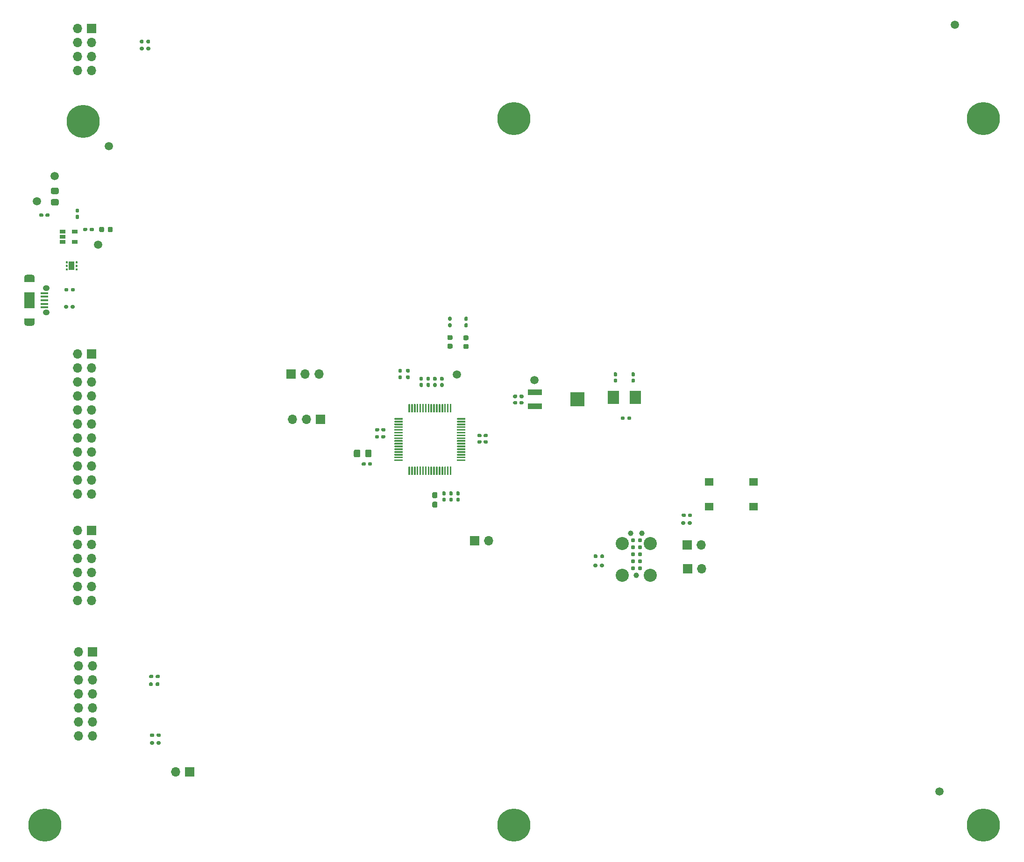
<source format=gbs>
G04 #@! TF.GenerationSoftware,KiCad,Pcbnew,(5.1.9)-1*
G04 #@! TF.CreationDate,2021-06-08T08:09:59+01:00*
G04 #@! TF.ProjectId,Looper_Board,4c6f6f70-6572-45f4-926f-6172642e6b69,rev?*
G04 #@! TF.SameCoordinates,Original*
G04 #@! TF.FileFunction,Soldermask,Bot*
G04 #@! TF.FilePolarity,Negative*
%FSLAX46Y46*%
G04 Gerber Fmt 4.6, Leading zero omitted, Abs format (unit mm)*
G04 Created by KiCad (PCBNEW (5.1.9)-1) date 2021-06-08 08:09:59*
%MOMM*%
%LPD*%
G01*
G04 APERTURE LIST*
%ADD10C,1.500000*%
%ADD11R,1.700000X1.700000*%
%ADD12O,1.700000X1.700000*%
%ADD13O,1.250000X1.050000*%
%ADD14R,1.350000X0.400000*%
%ADD15O,1.900000X1.000000*%
%ADD16R,1.900000X2.900000*%
%ADD17R,1.900000X0.875000*%
%ADD18R,1.600000X1.400000*%
%ADD19R,1.060000X0.650000*%
%ADD20R,1.000000X1.600000*%
%ADD21C,0.787400*%
%ADD22C,2.374900*%
%ADD23C,0.990600*%
%ADD24R,2.500000X1.000000*%
%ADD25R,2.500000X2.500000*%
%ADD26R,2.000000X2.400000*%
%ADD27C,0.800000*%
%ADD28C,6.000000*%
G04 APERTURE END LIST*
G36*
G01*
X127458800Y-127637300D02*
X127458800Y-127487300D01*
G75*
G02*
X127533800Y-127412300I75000J0D01*
G01*
X128933800Y-127412300D01*
G75*
G02*
X129008800Y-127487300I0J-75000D01*
G01*
X129008800Y-127637300D01*
G75*
G02*
X128933800Y-127712300I-75000J0D01*
G01*
X127533800Y-127712300D01*
G75*
G02*
X127458800Y-127637300I0J75000D01*
G01*
G37*
G36*
G01*
X127458800Y-127137300D02*
X127458800Y-126987300D01*
G75*
G02*
X127533800Y-126912300I75000J0D01*
G01*
X128933800Y-126912300D01*
G75*
G02*
X129008800Y-126987300I0J-75000D01*
G01*
X129008800Y-127137300D01*
G75*
G02*
X128933800Y-127212300I-75000J0D01*
G01*
X127533800Y-127212300D01*
G75*
G02*
X127458800Y-127137300I0J75000D01*
G01*
G37*
G36*
G01*
X127458800Y-126637300D02*
X127458800Y-126487300D01*
G75*
G02*
X127533800Y-126412300I75000J0D01*
G01*
X128933800Y-126412300D01*
G75*
G02*
X129008800Y-126487300I0J-75000D01*
G01*
X129008800Y-126637300D01*
G75*
G02*
X128933800Y-126712300I-75000J0D01*
G01*
X127533800Y-126712300D01*
G75*
G02*
X127458800Y-126637300I0J75000D01*
G01*
G37*
G36*
G01*
X127458800Y-126137300D02*
X127458800Y-125987300D01*
G75*
G02*
X127533800Y-125912300I75000J0D01*
G01*
X128933800Y-125912300D01*
G75*
G02*
X129008800Y-125987300I0J-75000D01*
G01*
X129008800Y-126137300D01*
G75*
G02*
X128933800Y-126212300I-75000J0D01*
G01*
X127533800Y-126212300D01*
G75*
G02*
X127458800Y-126137300I0J75000D01*
G01*
G37*
G36*
G01*
X127458800Y-125637300D02*
X127458800Y-125487300D01*
G75*
G02*
X127533800Y-125412300I75000J0D01*
G01*
X128933800Y-125412300D01*
G75*
G02*
X129008800Y-125487300I0J-75000D01*
G01*
X129008800Y-125637300D01*
G75*
G02*
X128933800Y-125712300I-75000J0D01*
G01*
X127533800Y-125712300D01*
G75*
G02*
X127458800Y-125637300I0J75000D01*
G01*
G37*
G36*
G01*
X127458800Y-125137300D02*
X127458800Y-124987300D01*
G75*
G02*
X127533800Y-124912300I75000J0D01*
G01*
X128933800Y-124912300D01*
G75*
G02*
X129008800Y-124987300I0J-75000D01*
G01*
X129008800Y-125137300D01*
G75*
G02*
X128933800Y-125212300I-75000J0D01*
G01*
X127533800Y-125212300D01*
G75*
G02*
X127458800Y-125137300I0J75000D01*
G01*
G37*
G36*
G01*
X127458800Y-124637300D02*
X127458800Y-124487300D01*
G75*
G02*
X127533800Y-124412300I75000J0D01*
G01*
X128933800Y-124412300D01*
G75*
G02*
X129008800Y-124487300I0J-75000D01*
G01*
X129008800Y-124637300D01*
G75*
G02*
X128933800Y-124712300I-75000J0D01*
G01*
X127533800Y-124712300D01*
G75*
G02*
X127458800Y-124637300I0J75000D01*
G01*
G37*
G36*
G01*
X127458800Y-124137300D02*
X127458800Y-123987300D01*
G75*
G02*
X127533800Y-123912300I75000J0D01*
G01*
X128933800Y-123912300D01*
G75*
G02*
X129008800Y-123987300I0J-75000D01*
G01*
X129008800Y-124137300D01*
G75*
G02*
X128933800Y-124212300I-75000J0D01*
G01*
X127533800Y-124212300D01*
G75*
G02*
X127458800Y-124137300I0J75000D01*
G01*
G37*
G36*
G01*
X127458800Y-123637300D02*
X127458800Y-123487300D01*
G75*
G02*
X127533800Y-123412300I75000J0D01*
G01*
X128933800Y-123412300D01*
G75*
G02*
X129008800Y-123487300I0J-75000D01*
G01*
X129008800Y-123637300D01*
G75*
G02*
X128933800Y-123712300I-75000J0D01*
G01*
X127533800Y-123712300D01*
G75*
G02*
X127458800Y-123637300I0J75000D01*
G01*
G37*
G36*
G01*
X127458800Y-123137300D02*
X127458800Y-122987300D01*
G75*
G02*
X127533800Y-122912300I75000J0D01*
G01*
X128933800Y-122912300D01*
G75*
G02*
X129008800Y-122987300I0J-75000D01*
G01*
X129008800Y-123137300D01*
G75*
G02*
X128933800Y-123212300I-75000J0D01*
G01*
X127533800Y-123212300D01*
G75*
G02*
X127458800Y-123137300I0J75000D01*
G01*
G37*
G36*
G01*
X127458800Y-122637300D02*
X127458800Y-122487300D01*
G75*
G02*
X127533800Y-122412300I75000J0D01*
G01*
X128933800Y-122412300D01*
G75*
G02*
X129008800Y-122487300I0J-75000D01*
G01*
X129008800Y-122637300D01*
G75*
G02*
X128933800Y-122712300I-75000J0D01*
G01*
X127533800Y-122712300D01*
G75*
G02*
X127458800Y-122637300I0J75000D01*
G01*
G37*
G36*
G01*
X127458800Y-122137300D02*
X127458800Y-121987300D01*
G75*
G02*
X127533800Y-121912300I75000J0D01*
G01*
X128933800Y-121912300D01*
G75*
G02*
X129008800Y-121987300I0J-75000D01*
G01*
X129008800Y-122137300D01*
G75*
G02*
X128933800Y-122212300I-75000J0D01*
G01*
X127533800Y-122212300D01*
G75*
G02*
X127458800Y-122137300I0J75000D01*
G01*
G37*
G36*
G01*
X127458800Y-121637300D02*
X127458800Y-121487300D01*
G75*
G02*
X127533800Y-121412300I75000J0D01*
G01*
X128933800Y-121412300D01*
G75*
G02*
X129008800Y-121487300I0J-75000D01*
G01*
X129008800Y-121637300D01*
G75*
G02*
X128933800Y-121712300I-75000J0D01*
G01*
X127533800Y-121712300D01*
G75*
G02*
X127458800Y-121637300I0J75000D01*
G01*
G37*
G36*
G01*
X127458800Y-121137300D02*
X127458800Y-120987300D01*
G75*
G02*
X127533800Y-120912300I75000J0D01*
G01*
X128933800Y-120912300D01*
G75*
G02*
X129008800Y-120987300I0J-75000D01*
G01*
X129008800Y-121137300D01*
G75*
G02*
X128933800Y-121212300I-75000J0D01*
G01*
X127533800Y-121212300D01*
G75*
G02*
X127458800Y-121137300I0J75000D01*
G01*
G37*
G36*
G01*
X127458800Y-120637300D02*
X127458800Y-120487300D01*
G75*
G02*
X127533800Y-120412300I75000J0D01*
G01*
X128933800Y-120412300D01*
G75*
G02*
X129008800Y-120487300I0J-75000D01*
G01*
X129008800Y-120637300D01*
G75*
G02*
X128933800Y-120712300I-75000J0D01*
G01*
X127533800Y-120712300D01*
G75*
G02*
X127458800Y-120637300I0J75000D01*
G01*
G37*
G36*
G01*
X127458800Y-120137300D02*
X127458800Y-119987300D01*
G75*
G02*
X127533800Y-119912300I75000J0D01*
G01*
X128933800Y-119912300D01*
G75*
G02*
X129008800Y-119987300I0J-75000D01*
G01*
X129008800Y-120137300D01*
G75*
G02*
X128933800Y-120212300I-75000J0D01*
G01*
X127533800Y-120212300D01*
G75*
G02*
X127458800Y-120137300I0J75000D01*
G01*
G37*
G36*
G01*
X130008800Y-118837300D02*
X130008800Y-117437300D01*
G75*
G02*
X130083800Y-117362300I75000J0D01*
G01*
X130233800Y-117362300D01*
G75*
G02*
X130308800Y-117437300I0J-75000D01*
G01*
X130308800Y-118837300D01*
G75*
G02*
X130233800Y-118912300I-75000J0D01*
G01*
X130083800Y-118912300D01*
G75*
G02*
X130008800Y-118837300I0J75000D01*
G01*
G37*
G36*
G01*
X130508800Y-118837300D02*
X130508800Y-117437300D01*
G75*
G02*
X130583800Y-117362300I75000J0D01*
G01*
X130733800Y-117362300D01*
G75*
G02*
X130808800Y-117437300I0J-75000D01*
G01*
X130808800Y-118837300D01*
G75*
G02*
X130733800Y-118912300I-75000J0D01*
G01*
X130583800Y-118912300D01*
G75*
G02*
X130508800Y-118837300I0J75000D01*
G01*
G37*
G36*
G01*
X131008800Y-118837300D02*
X131008800Y-117437300D01*
G75*
G02*
X131083800Y-117362300I75000J0D01*
G01*
X131233800Y-117362300D01*
G75*
G02*
X131308800Y-117437300I0J-75000D01*
G01*
X131308800Y-118837300D01*
G75*
G02*
X131233800Y-118912300I-75000J0D01*
G01*
X131083800Y-118912300D01*
G75*
G02*
X131008800Y-118837300I0J75000D01*
G01*
G37*
G36*
G01*
X131508800Y-118837300D02*
X131508800Y-117437300D01*
G75*
G02*
X131583800Y-117362300I75000J0D01*
G01*
X131733800Y-117362300D01*
G75*
G02*
X131808800Y-117437300I0J-75000D01*
G01*
X131808800Y-118837300D01*
G75*
G02*
X131733800Y-118912300I-75000J0D01*
G01*
X131583800Y-118912300D01*
G75*
G02*
X131508800Y-118837300I0J75000D01*
G01*
G37*
G36*
G01*
X132008800Y-118837300D02*
X132008800Y-117437300D01*
G75*
G02*
X132083800Y-117362300I75000J0D01*
G01*
X132233800Y-117362300D01*
G75*
G02*
X132308800Y-117437300I0J-75000D01*
G01*
X132308800Y-118837300D01*
G75*
G02*
X132233800Y-118912300I-75000J0D01*
G01*
X132083800Y-118912300D01*
G75*
G02*
X132008800Y-118837300I0J75000D01*
G01*
G37*
G36*
G01*
X132508800Y-118837300D02*
X132508800Y-117437300D01*
G75*
G02*
X132583800Y-117362300I75000J0D01*
G01*
X132733800Y-117362300D01*
G75*
G02*
X132808800Y-117437300I0J-75000D01*
G01*
X132808800Y-118837300D01*
G75*
G02*
X132733800Y-118912300I-75000J0D01*
G01*
X132583800Y-118912300D01*
G75*
G02*
X132508800Y-118837300I0J75000D01*
G01*
G37*
G36*
G01*
X133008800Y-118837300D02*
X133008800Y-117437300D01*
G75*
G02*
X133083800Y-117362300I75000J0D01*
G01*
X133233800Y-117362300D01*
G75*
G02*
X133308800Y-117437300I0J-75000D01*
G01*
X133308800Y-118837300D01*
G75*
G02*
X133233800Y-118912300I-75000J0D01*
G01*
X133083800Y-118912300D01*
G75*
G02*
X133008800Y-118837300I0J75000D01*
G01*
G37*
G36*
G01*
X133508800Y-118837300D02*
X133508800Y-117437300D01*
G75*
G02*
X133583800Y-117362300I75000J0D01*
G01*
X133733800Y-117362300D01*
G75*
G02*
X133808800Y-117437300I0J-75000D01*
G01*
X133808800Y-118837300D01*
G75*
G02*
X133733800Y-118912300I-75000J0D01*
G01*
X133583800Y-118912300D01*
G75*
G02*
X133508800Y-118837300I0J75000D01*
G01*
G37*
G36*
G01*
X134008800Y-118837300D02*
X134008800Y-117437300D01*
G75*
G02*
X134083800Y-117362300I75000J0D01*
G01*
X134233800Y-117362300D01*
G75*
G02*
X134308800Y-117437300I0J-75000D01*
G01*
X134308800Y-118837300D01*
G75*
G02*
X134233800Y-118912300I-75000J0D01*
G01*
X134083800Y-118912300D01*
G75*
G02*
X134008800Y-118837300I0J75000D01*
G01*
G37*
G36*
G01*
X134508800Y-118837300D02*
X134508800Y-117437300D01*
G75*
G02*
X134583800Y-117362300I75000J0D01*
G01*
X134733800Y-117362300D01*
G75*
G02*
X134808800Y-117437300I0J-75000D01*
G01*
X134808800Y-118837300D01*
G75*
G02*
X134733800Y-118912300I-75000J0D01*
G01*
X134583800Y-118912300D01*
G75*
G02*
X134508800Y-118837300I0J75000D01*
G01*
G37*
G36*
G01*
X135008800Y-118837300D02*
X135008800Y-117437300D01*
G75*
G02*
X135083800Y-117362300I75000J0D01*
G01*
X135233800Y-117362300D01*
G75*
G02*
X135308800Y-117437300I0J-75000D01*
G01*
X135308800Y-118837300D01*
G75*
G02*
X135233800Y-118912300I-75000J0D01*
G01*
X135083800Y-118912300D01*
G75*
G02*
X135008800Y-118837300I0J75000D01*
G01*
G37*
G36*
G01*
X135508800Y-118837300D02*
X135508800Y-117437300D01*
G75*
G02*
X135583800Y-117362300I75000J0D01*
G01*
X135733800Y-117362300D01*
G75*
G02*
X135808800Y-117437300I0J-75000D01*
G01*
X135808800Y-118837300D01*
G75*
G02*
X135733800Y-118912300I-75000J0D01*
G01*
X135583800Y-118912300D01*
G75*
G02*
X135508800Y-118837300I0J75000D01*
G01*
G37*
G36*
G01*
X136008800Y-118837300D02*
X136008800Y-117437300D01*
G75*
G02*
X136083800Y-117362300I75000J0D01*
G01*
X136233800Y-117362300D01*
G75*
G02*
X136308800Y-117437300I0J-75000D01*
G01*
X136308800Y-118837300D01*
G75*
G02*
X136233800Y-118912300I-75000J0D01*
G01*
X136083800Y-118912300D01*
G75*
G02*
X136008800Y-118837300I0J75000D01*
G01*
G37*
G36*
G01*
X136508800Y-118837300D02*
X136508800Y-117437300D01*
G75*
G02*
X136583800Y-117362300I75000J0D01*
G01*
X136733800Y-117362300D01*
G75*
G02*
X136808800Y-117437300I0J-75000D01*
G01*
X136808800Y-118837300D01*
G75*
G02*
X136733800Y-118912300I-75000J0D01*
G01*
X136583800Y-118912300D01*
G75*
G02*
X136508800Y-118837300I0J75000D01*
G01*
G37*
G36*
G01*
X137008800Y-118837300D02*
X137008800Y-117437300D01*
G75*
G02*
X137083800Y-117362300I75000J0D01*
G01*
X137233800Y-117362300D01*
G75*
G02*
X137308800Y-117437300I0J-75000D01*
G01*
X137308800Y-118837300D01*
G75*
G02*
X137233800Y-118912300I-75000J0D01*
G01*
X137083800Y-118912300D01*
G75*
G02*
X137008800Y-118837300I0J75000D01*
G01*
G37*
G36*
G01*
X137508800Y-118837300D02*
X137508800Y-117437300D01*
G75*
G02*
X137583800Y-117362300I75000J0D01*
G01*
X137733800Y-117362300D01*
G75*
G02*
X137808800Y-117437300I0J-75000D01*
G01*
X137808800Y-118837300D01*
G75*
G02*
X137733800Y-118912300I-75000J0D01*
G01*
X137583800Y-118912300D01*
G75*
G02*
X137508800Y-118837300I0J75000D01*
G01*
G37*
G36*
G01*
X138808800Y-120137300D02*
X138808800Y-119987300D01*
G75*
G02*
X138883800Y-119912300I75000J0D01*
G01*
X140283800Y-119912300D01*
G75*
G02*
X140358800Y-119987300I0J-75000D01*
G01*
X140358800Y-120137300D01*
G75*
G02*
X140283800Y-120212300I-75000J0D01*
G01*
X138883800Y-120212300D01*
G75*
G02*
X138808800Y-120137300I0J75000D01*
G01*
G37*
G36*
G01*
X138808800Y-120637300D02*
X138808800Y-120487300D01*
G75*
G02*
X138883800Y-120412300I75000J0D01*
G01*
X140283800Y-120412300D01*
G75*
G02*
X140358800Y-120487300I0J-75000D01*
G01*
X140358800Y-120637300D01*
G75*
G02*
X140283800Y-120712300I-75000J0D01*
G01*
X138883800Y-120712300D01*
G75*
G02*
X138808800Y-120637300I0J75000D01*
G01*
G37*
G36*
G01*
X138808800Y-121137300D02*
X138808800Y-120987300D01*
G75*
G02*
X138883800Y-120912300I75000J0D01*
G01*
X140283800Y-120912300D01*
G75*
G02*
X140358800Y-120987300I0J-75000D01*
G01*
X140358800Y-121137300D01*
G75*
G02*
X140283800Y-121212300I-75000J0D01*
G01*
X138883800Y-121212300D01*
G75*
G02*
X138808800Y-121137300I0J75000D01*
G01*
G37*
G36*
G01*
X138808800Y-121637300D02*
X138808800Y-121487300D01*
G75*
G02*
X138883800Y-121412300I75000J0D01*
G01*
X140283800Y-121412300D01*
G75*
G02*
X140358800Y-121487300I0J-75000D01*
G01*
X140358800Y-121637300D01*
G75*
G02*
X140283800Y-121712300I-75000J0D01*
G01*
X138883800Y-121712300D01*
G75*
G02*
X138808800Y-121637300I0J75000D01*
G01*
G37*
G36*
G01*
X138808800Y-122137300D02*
X138808800Y-121987300D01*
G75*
G02*
X138883800Y-121912300I75000J0D01*
G01*
X140283800Y-121912300D01*
G75*
G02*
X140358800Y-121987300I0J-75000D01*
G01*
X140358800Y-122137300D01*
G75*
G02*
X140283800Y-122212300I-75000J0D01*
G01*
X138883800Y-122212300D01*
G75*
G02*
X138808800Y-122137300I0J75000D01*
G01*
G37*
G36*
G01*
X138808800Y-122637300D02*
X138808800Y-122487300D01*
G75*
G02*
X138883800Y-122412300I75000J0D01*
G01*
X140283800Y-122412300D01*
G75*
G02*
X140358800Y-122487300I0J-75000D01*
G01*
X140358800Y-122637300D01*
G75*
G02*
X140283800Y-122712300I-75000J0D01*
G01*
X138883800Y-122712300D01*
G75*
G02*
X138808800Y-122637300I0J75000D01*
G01*
G37*
G36*
G01*
X138808800Y-123137300D02*
X138808800Y-122987300D01*
G75*
G02*
X138883800Y-122912300I75000J0D01*
G01*
X140283800Y-122912300D01*
G75*
G02*
X140358800Y-122987300I0J-75000D01*
G01*
X140358800Y-123137300D01*
G75*
G02*
X140283800Y-123212300I-75000J0D01*
G01*
X138883800Y-123212300D01*
G75*
G02*
X138808800Y-123137300I0J75000D01*
G01*
G37*
G36*
G01*
X138808800Y-123637300D02*
X138808800Y-123487300D01*
G75*
G02*
X138883800Y-123412300I75000J0D01*
G01*
X140283800Y-123412300D01*
G75*
G02*
X140358800Y-123487300I0J-75000D01*
G01*
X140358800Y-123637300D01*
G75*
G02*
X140283800Y-123712300I-75000J0D01*
G01*
X138883800Y-123712300D01*
G75*
G02*
X138808800Y-123637300I0J75000D01*
G01*
G37*
G36*
G01*
X138808800Y-124137300D02*
X138808800Y-123987300D01*
G75*
G02*
X138883800Y-123912300I75000J0D01*
G01*
X140283800Y-123912300D01*
G75*
G02*
X140358800Y-123987300I0J-75000D01*
G01*
X140358800Y-124137300D01*
G75*
G02*
X140283800Y-124212300I-75000J0D01*
G01*
X138883800Y-124212300D01*
G75*
G02*
X138808800Y-124137300I0J75000D01*
G01*
G37*
G36*
G01*
X138808800Y-124637300D02*
X138808800Y-124487300D01*
G75*
G02*
X138883800Y-124412300I75000J0D01*
G01*
X140283800Y-124412300D01*
G75*
G02*
X140358800Y-124487300I0J-75000D01*
G01*
X140358800Y-124637300D01*
G75*
G02*
X140283800Y-124712300I-75000J0D01*
G01*
X138883800Y-124712300D01*
G75*
G02*
X138808800Y-124637300I0J75000D01*
G01*
G37*
G36*
G01*
X138808800Y-125137300D02*
X138808800Y-124987300D01*
G75*
G02*
X138883800Y-124912300I75000J0D01*
G01*
X140283800Y-124912300D01*
G75*
G02*
X140358800Y-124987300I0J-75000D01*
G01*
X140358800Y-125137300D01*
G75*
G02*
X140283800Y-125212300I-75000J0D01*
G01*
X138883800Y-125212300D01*
G75*
G02*
X138808800Y-125137300I0J75000D01*
G01*
G37*
G36*
G01*
X138808800Y-125637300D02*
X138808800Y-125487300D01*
G75*
G02*
X138883800Y-125412300I75000J0D01*
G01*
X140283800Y-125412300D01*
G75*
G02*
X140358800Y-125487300I0J-75000D01*
G01*
X140358800Y-125637300D01*
G75*
G02*
X140283800Y-125712300I-75000J0D01*
G01*
X138883800Y-125712300D01*
G75*
G02*
X138808800Y-125637300I0J75000D01*
G01*
G37*
G36*
G01*
X138808800Y-126137300D02*
X138808800Y-125987300D01*
G75*
G02*
X138883800Y-125912300I75000J0D01*
G01*
X140283800Y-125912300D01*
G75*
G02*
X140358800Y-125987300I0J-75000D01*
G01*
X140358800Y-126137300D01*
G75*
G02*
X140283800Y-126212300I-75000J0D01*
G01*
X138883800Y-126212300D01*
G75*
G02*
X138808800Y-126137300I0J75000D01*
G01*
G37*
G36*
G01*
X138808800Y-126637300D02*
X138808800Y-126487300D01*
G75*
G02*
X138883800Y-126412300I75000J0D01*
G01*
X140283800Y-126412300D01*
G75*
G02*
X140358800Y-126487300I0J-75000D01*
G01*
X140358800Y-126637300D01*
G75*
G02*
X140283800Y-126712300I-75000J0D01*
G01*
X138883800Y-126712300D01*
G75*
G02*
X138808800Y-126637300I0J75000D01*
G01*
G37*
G36*
G01*
X138808800Y-127137300D02*
X138808800Y-126987300D01*
G75*
G02*
X138883800Y-126912300I75000J0D01*
G01*
X140283800Y-126912300D01*
G75*
G02*
X140358800Y-126987300I0J-75000D01*
G01*
X140358800Y-127137300D01*
G75*
G02*
X140283800Y-127212300I-75000J0D01*
G01*
X138883800Y-127212300D01*
G75*
G02*
X138808800Y-127137300I0J75000D01*
G01*
G37*
G36*
G01*
X138808800Y-127637300D02*
X138808800Y-127487300D01*
G75*
G02*
X138883800Y-127412300I75000J0D01*
G01*
X140283800Y-127412300D01*
G75*
G02*
X140358800Y-127487300I0J-75000D01*
G01*
X140358800Y-127637300D01*
G75*
G02*
X140283800Y-127712300I-75000J0D01*
G01*
X138883800Y-127712300D01*
G75*
G02*
X138808800Y-127637300I0J75000D01*
G01*
G37*
G36*
G01*
X137508800Y-130187300D02*
X137508800Y-128787300D01*
G75*
G02*
X137583800Y-128712300I75000J0D01*
G01*
X137733800Y-128712300D01*
G75*
G02*
X137808800Y-128787300I0J-75000D01*
G01*
X137808800Y-130187300D01*
G75*
G02*
X137733800Y-130262300I-75000J0D01*
G01*
X137583800Y-130262300D01*
G75*
G02*
X137508800Y-130187300I0J75000D01*
G01*
G37*
G36*
G01*
X137008800Y-130187300D02*
X137008800Y-128787300D01*
G75*
G02*
X137083800Y-128712300I75000J0D01*
G01*
X137233800Y-128712300D01*
G75*
G02*
X137308800Y-128787300I0J-75000D01*
G01*
X137308800Y-130187300D01*
G75*
G02*
X137233800Y-130262300I-75000J0D01*
G01*
X137083800Y-130262300D01*
G75*
G02*
X137008800Y-130187300I0J75000D01*
G01*
G37*
G36*
G01*
X136508800Y-130187300D02*
X136508800Y-128787300D01*
G75*
G02*
X136583800Y-128712300I75000J0D01*
G01*
X136733800Y-128712300D01*
G75*
G02*
X136808800Y-128787300I0J-75000D01*
G01*
X136808800Y-130187300D01*
G75*
G02*
X136733800Y-130262300I-75000J0D01*
G01*
X136583800Y-130262300D01*
G75*
G02*
X136508800Y-130187300I0J75000D01*
G01*
G37*
G36*
G01*
X136008800Y-130187300D02*
X136008800Y-128787300D01*
G75*
G02*
X136083800Y-128712300I75000J0D01*
G01*
X136233800Y-128712300D01*
G75*
G02*
X136308800Y-128787300I0J-75000D01*
G01*
X136308800Y-130187300D01*
G75*
G02*
X136233800Y-130262300I-75000J0D01*
G01*
X136083800Y-130262300D01*
G75*
G02*
X136008800Y-130187300I0J75000D01*
G01*
G37*
G36*
G01*
X135508800Y-130187300D02*
X135508800Y-128787300D01*
G75*
G02*
X135583800Y-128712300I75000J0D01*
G01*
X135733800Y-128712300D01*
G75*
G02*
X135808800Y-128787300I0J-75000D01*
G01*
X135808800Y-130187300D01*
G75*
G02*
X135733800Y-130262300I-75000J0D01*
G01*
X135583800Y-130262300D01*
G75*
G02*
X135508800Y-130187300I0J75000D01*
G01*
G37*
G36*
G01*
X135008800Y-130187300D02*
X135008800Y-128787300D01*
G75*
G02*
X135083800Y-128712300I75000J0D01*
G01*
X135233800Y-128712300D01*
G75*
G02*
X135308800Y-128787300I0J-75000D01*
G01*
X135308800Y-130187300D01*
G75*
G02*
X135233800Y-130262300I-75000J0D01*
G01*
X135083800Y-130262300D01*
G75*
G02*
X135008800Y-130187300I0J75000D01*
G01*
G37*
G36*
G01*
X134508800Y-130187300D02*
X134508800Y-128787300D01*
G75*
G02*
X134583800Y-128712300I75000J0D01*
G01*
X134733800Y-128712300D01*
G75*
G02*
X134808800Y-128787300I0J-75000D01*
G01*
X134808800Y-130187300D01*
G75*
G02*
X134733800Y-130262300I-75000J0D01*
G01*
X134583800Y-130262300D01*
G75*
G02*
X134508800Y-130187300I0J75000D01*
G01*
G37*
G36*
G01*
X134008800Y-130187300D02*
X134008800Y-128787300D01*
G75*
G02*
X134083800Y-128712300I75000J0D01*
G01*
X134233800Y-128712300D01*
G75*
G02*
X134308800Y-128787300I0J-75000D01*
G01*
X134308800Y-130187300D01*
G75*
G02*
X134233800Y-130262300I-75000J0D01*
G01*
X134083800Y-130262300D01*
G75*
G02*
X134008800Y-130187300I0J75000D01*
G01*
G37*
G36*
G01*
X133508800Y-130187300D02*
X133508800Y-128787300D01*
G75*
G02*
X133583800Y-128712300I75000J0D01*
G01*
X133733800Y-128712300D01*
G75*
G02*
X133808800Y-128787300I0J-75000D01*
G01*
X133808800Y-130187300D01*
G75*
G02*
X133733800Y-130262300I-75000J0D01*
G01*
X133583800Y-130262300D01*
G75*
G02*
X133508800Y-130187300I0J75000D01*
G01*
G37*
G36*
G01*
X133008800Y-130187300D02*
X133008800Y-128787300D01*
G75*
G02*
X133083800Y-128712300I75000J0D01*
G01*
X133233800Y-128712300D01*
G75*
G02*
X133308800Y-128787300I0J-75000D01*
G01*
X133308800Y-130187300D01*
G75*
G02*
X133233800Y-130262300I-75000J0D01*
G01*
X133083800Y-130262300D01*
G75*
G02*
X133008800Y-130187300I0J75000D01*
G01*
G37*
G36*
G01*
X132508800Y-130187300D02*
X132508800Y-128787300D01*
G75*
G02*
X132583800Y-128712300I75000J0D01*
G01*
X132733800Y-128712300D01*
G75*
G02*
X132808800Y-128787300I0J-75000D01*
G01*
X132808800Y-130187300D01*
G75*
G02*
X132733800Y-130262300I-75000J0D01*
G01*
X132583800Y-130262300D01*
G75*
G02*
X132508800Y-130187300I0J75000D01*
G01*
G37*
G36*
G01*
X132008800Y-130187300D02*
X132008800Y-128787300D01*
G75*
G02*
X132083800Y-128712300I75000J0D01*
G01*
X132233800Y-128712300D01*
G75*
G02*
X132308800Y-128787300I0J-75000D01*
G01*
X132308800Y-130187300D01*
G75*
G02*
X132233800Y-130262300I-75000J0D01*
G01*
X132083800Y-130262300D01*
G75*
G02*
X132008800Y-130187300I0J75000D01*
G01*
G37*
G36*
G01*
X131508800Y-130187300D02*
X131508800Y-128787300D01*
G75*
G02*
X131583800Y-128712300I75000J0D01*
G01*
X131733800Y-128712300D01*
G75*
G02*
X131808800Y-128787300I0J-75000D01*
G01*
X131808800Y-130187300D01*
G75*
G02*
X131733800Y-130262300I-75000J0D01*
G01*
X131583800Y-130262300D01*
G75*
G02*
X131508800Y-130187300I0J75000D01*
G01*
G37*
G36*
G01*
X131008800Y-130187300D02*
X131008800Y-128787300D01*
G75*
G02*
X131083800Y-128712300I75000J0D01*
G01*
X131233800Y-128712300D01*
G75*
G02*
X131308800Y-128787300I0J-75000D01*
G01*
X131308800Y-130187300D01*
G75*
G02*
X131233800Y-130262300I-75000J0D01*
G01*
X131083800Y-130262300D01*
G75*
G02*
X131008800Y-130187300I0J75000D01*
G01*
G37*
G36*
G01*
X130508800Y-130187300D02*
X130508800Y-128787300D01*
G75*
G02*
X130583800Y-128712300I75000J0D01*
G01*
X130733800Y-128712300D01*
G75*
G02*
X130808800Y-128787300I0J-75000D01*
G01*
X130808800Y-130187300D01*
G75*
G02*
X130733800Y-130262300I-75000J0D01*
G01*
X130583800Y-130262300D01*
G75*
G02*
X130508800Y-130187300I0J75000D01*
G01*
G37*
G36*
G01*
X130008800Y-130187300D02*
X130008800Y-128787300D01*
G75*
G02*
X130083800Y-128712300I75000J0D01*
G01*
X130233800Y-128712300D01*
G75*
G02*
X130308800Y-128787300I0J-75000D01*
G01*
X130308800Y-130187300D01*
G75*
G02*
X130233800Y-130262300I-75000J0D01*
G01*
X130083800Y-130262300D01*
G75*
G02*
X130008800Y-130187300I0J75000D01*
G01*
G37*
D10*
X65874900Y-76073000D03*
X226288600Y-187591700D03*
D11*
X90360500Y-184099200D03*
D12*
X87820500Y-184099200D03*
G36*
G01*
X167693400Y-112360100D02*
X167383400Y-112360100D01*
G75*
G02*
X167228400Y-112205100I0J155000D01*
G01*
X167228400Y-111780100D01*
G75*
G02*
X167383400Y-111625100I155000J0D01*
G01*
X167693400Y-111625100D01*
G75*
G02*
X167848400Y-111780100I0J-155000D01*
G01*
X167848400Y-112205100D01*
G75*
G02*
X167693400Y-112360100I-155000J0D01*
G01*
G37*
G36*
G01*
X167693400Y-113495100D02*
X167383400Y-113495100D01*
G75*
G02*
X167228400Y-113340100I0J155000D01*
G01*
X167228400Y-112915100D01*
G75*
G02*
X167383400Y-112760100I155000J0D01*
G01*
X167693400Y-112760100D01*
G75*
G02*
X167848400Y-112915100I0J-155000D01*
G01*
X167848400Y-113340100D01*
G75*
G02*
X167693400Y-113495100I-155000J0D01*
G01*
G37*
G36*
G01*
X134573000Y-133359700D02*
X135048000Y-133359700D01*
G75*
G02*
X135285500Y-133597200I0J-237500D01*
G01*
X135285500Y-134197200D01*
G75*
G02*
X135048000Y-134434700I-237500J0D01*
G01*
X134573000Y-134434700D01*
G75*
G02*
X134335500Y-134197200I0J237500D01*
G01*
X134335500Y-133597200D01*
G75*
G02*
X134573000Y-133359700I237500J0D01*
G01*
G37*
G36*
G01*
X134573000Y-135084700D02*
X135048000Y-135084700D01*
G75*
G02*
X135285500Y-135322200I0J-237500D01*
G01*
X135285500Y-135922200D01*
G75*
G02*
X135048000Y-136159700I-237500J0D01*
G01*
X134573000Y-136159700D01*
G75*
G02*
X134335500Y-135922200I0J237500D01*
G01*
X134335500Y-135322200D01*
G75*
G02*
X134573000Y-135084700I237500J0D01*
G01*
G37*
G36*
G01*
X170893800Y-113495100D02*
X170583800Y-113495100D01*
G75*
G02*
X170428800Y-113340100I0J155000D01*
G01*
X170428800Y-112915100D01*
G75*
G02*
X170583800Y-112760100I155000J0D01*
G01*
X170893800Y-112760100D01*
G75*
G02*
X171048800Y-112915100I0J-155000D01*
G01*
X171048800Y-113340100D01*
G75*
G02*
X170893800Y-113495100I-155000J0D01*
G01*
G37*
G36*
G01*
X170893800Y-112360100D02*
X170583800Y-112360100D01*
G75*
G02*
X170428800Y-112205100I0J155000D01*
G01*
X170428800Y-111780100D01*
G75*
G02*
X170583800Y-111625100I155000J0D01*
G01*
X170893800Y-111625100D01*
G75*
G02*
X171048800Y-111780100I0J-155000D01*
G01*
X171048800Y-112205100D01*
G75*
G02*
X170893800Y-112360100I-155000J0D01*
G01*
G37*
G36*
G01*
X149736200Y-115834100D02*
X149736200Y-116144100D01*
G75*
G02*
X149581200Y-116299100I-155000J0D01*
G01*
X149156200Y-116299100D01*
G75*
G02*
X149001200Y-116144100I0J155000D01*
G01*
X149001200Y-115834100D01*
G75*
G02*
X149156200Y-115679100I155000J0D01*
G01*
X149581200Y-115679100D01*
G75*
G02*
X149736200Y-115834100I0J-155000D01*
G01*
G37*
G36*
G01*
X150871200Y-115834100D02*
X150871200Y-116144100D01*
G75*
G02*
X150716200Y-116299100I-155000J0D01*
G01*
X150291200Y-116299100D01*
G75*
G02*
X150136200Y-116144100I0J155000D01*
G01*
X150136200Y-115834100D01*
G75*
G02*
X150291200Y-115679100I155000J0D01*
G01*
X150716200Y-115679100D01*
G75*
G02*
X150871200Y-115834100I0J-155000D01*
G01*
G37*
G36*
G01*
X132489000Y-113147500D02*
X132179000Y-113147500D01*
G75*
G02*
X132024000Y-112992500I0J155000D01*
G01*
X132024000Y-112567500D01*
G75*
G02*
X132179000Y-112412500I155000J0D01*
G01*
X132489000Y-112412500D01*
G75*
G02*
X132644000Y-112567500I0J-155000D01*
G01*
X132644000Y-112992500D01*
G75*
G02*
X132489000Y-113147500I-155000J0D01*
G01*
G37*
G36*
G01*
X132489000Y-114282500D02*
X132179000Y-114282500D01*
G75*
G02*
X132024000Y-114127500I0J155000D01*
G01*
X132024000Y-113702500D01*
G75*
G02*
X132179000Y-113547500I155000J0D01*
G01*
X132489000Y-113547500D01*
G75*
G02*
X132644000Y-113702500I0J-155000D01*
G01*
X132644000Y-114127500D01*
G75*
G02*
X132489000Y-114282500I-155000J0D01*
G01*
G37*
G36*
G01*
X150136200Y-117287100D02*
X150136200Y-116977100D01*
G75*
G02*
X150291200Y-116822100I155000J0D01*
G01*
X150716200Y-116822100D01*
G75*
G02*
X150871200Y-116977100I0J-155000D01*
G01*
X150871200Y-117287100D01*
G75*
G02*
X150716200Y-117442100I-155000J0D01*
G01*
X150291200Y-117442100D01*
G75*
G02*
X150136200Y-117287100I0J155000D01*
G01*
G37*
G36*
G01*
X149001200Y-117287100D02*
X149001200Y-116977100D01*
G75*
G02*
X149156200Y-116822100I155000J0D01*
G01*
X149581200Y-116822100D01*
G75*
G02*
X149736200Y-116977100I0J-155000D01*
G01*
X149736200Y-117287100D01*
G75*
G02*
X149581200Y-117442100I-155000J0D01*
G01*
X149156200Y-117442100D01*
G75*
G02*
X149001200Y-117287100I0J155000D01*
G01*
G37*
G36*
G01*
X136306500Y-133215100D02*
X136616500Y-133215100D01*
G75*
G02*
X136771500Y-133370100I0J-155000D01*
G01*
X136771500Y-133795100D01*
G75*
G02*
X136616500Y-133950100I-155000J0D01*
G01*
X136306500Y-133950100D01*
G75*
G02*
X136151500Y-133795100I0J155000D01*
G01*
X136151500Y-133370100D01*
G75*
G02*
X136306500Y-133215100I155000J0D01*
G01*
G37*
G36*
G01*
X136306500Y-134350100D02*
X136616500Y-134350100D01*
G75*
G02*
X136771500Y-134505100I0J-155000D01*
G01*
X136771500Y-134930100D01*
G75*
G02*
X136616500Y-135085100I-155000J0D01*
G01*
X136306500Y-135085100D01*
G75*
G02*
X136151500Y-134930100I0J155000D01*
G01*
X136151500Y-134505100D01*
G75*
G02*
X136306500Y-134350100I155000J0D01*
G01*
G37*
G36*
G01*
X133759000Y-114282500D02*
X133449000Y-114282500D01*
G75*
G02*
X133294000Y-114127500I0J155000D01*
G01*
X133294000Y-113702500D01*
G75*
G02*
X133449000Y-113547500I155000J0D01*
G01*
X133759000Y-113547500D01*
G75*
G02*
X133914000Y-113702500I0J-155000D01*
G01*
X133914000Y-114127500D01*
G75*
G02*
X133759000Y-114282500I-155000J0D01*
G01*
G37*
G36*
G01*
X133759000Y-113147500D02*
X133449000Y-113147500D01*
G75*
G02*
X133294000Y-112992500I0J155000D01*
G01*
X133294000Y-112567500D01*
G75*
G02*
X133449000Y-112412500I155000J0D01*
G01*
X133759000Y-112412500D01*
G75*
G02*
X133914000Y-112567500I0J-155000D01*
G01*
X133914000Y-112992500D01*
G75*
G02*
X133759000Y-113147500I-155000J0D01*
G01*
G37*
G36*
G01*
X123413800Y-128089600D02*
X123413800Y-128399600D01*
G75*
G02*
X123258800Y-128554600I-155000J0D01*
G01*
X122833800Y-128554600D01*
G75*
G02*
X122678800Y-128399600I0J155000D01*
G01*
X122678800Y-128089600D01*
G75*
G02*
X122833800Y-127934600I155000J0D01*
G01*
X123258800Y-127934600D01*
G75*
G02*
X123413800Y-128089600I0J-155000D01*
G01*
G37*
G36*
G01*
X122278800Y-128089600D02*
X122278800Y-128399600D01*
G75*
G02*
X122123800Y-128554600I-155000J0D01*
G01*
X121698800Y-128554600D01*
G75*
G02*
X121543800Y-128399600I0J155000D01*
G01*
X121543800Y-128089600D01*
G75*
G02*
X121698800Y-127934600I155000J0D01*
G01*
X122123800Y-127934600D01*
G75*
G02*
X122278800Y-128089600I0J-155000D01*
G01*
G37*
G36*
G01*
X137576500Y-133215100D02*
X137886500Y-133215100D01*
G75*
G02*
X138041500Y-133370100I0J-155000D01*
G01*
X138041500Y-133795100D01*
G75*
G02*
X137886500Y-133950100I-155000J0D01*
G01*
X137576500Y-133950100D01*
G75*
G02*
X137421500Y-133795100I0J155000D01*
G01*
X137421500Y-133370100D01*
G75*
G02*
X137576500Y-133215100I155000J0D01*
G01*
G37*
G36*
G01*
X137576500Y-134350100D02*
X137886500Y-134350100D01*
G75*
G02*
X138041500Y-134505100I0J-155000D01*
G01*
X138041500Y-134930100D01*
G75*
G02*
X137886500Y-135085100I-155000J0D01*
G01*
X137576500Y-135085100D01*
G75*
G02*
X137421500Y-134930100I0J155000D01*
G01*
X137421500Y-134505100D01*
G75*
G02*
X137576500Y-134350100I155000J0D01*
G01*
G37*
G36*
G01*
X143659200Y-123230700D02*
X143659200Y-122920700D01*
G75*
G02*
X143814200Y-122765700I155000J0D01*
G01*
X144239200Y-122765700D01*
G75*
G02*
X144394200Y-122920700I0J-155000D01*
G01*
X144394200Y-123230700D01*
G75*
G02*
X144239200Y-123385700I-155000J0D01*
G01*
X143814200Y-123385700D01*
G75*
G02*
X143659200Y-123230700I0J155000D01*
G01*
G37*
G36*
G01*
X142524200Y-123230700D02*
X142524200Y-122920700D01*
G75*
G02*
X142679200Y-122765700I155000J0D01*
G01*
X143104200Y-122765700D01*
G75*
G02*
X143259200Y-122920700I0J-155000D01*
G01*
X143259200Y-123230700D01*
G75*
G02*
X143104200Y-123385700I-155000J0D01*
G01*
X142679200Y-123385700D01*
G75*
G02*
X142524200Y-123230700I0J155000D01*
G01*
G37*
G36*
G01*
X142524200Y-124386400D02*
X142524200Y-124076400D01*
G75*
G02*
X142679200Y-123921400I155000J0D01*
G01*
X143104200Y-123921400D01*
G75*
G02*
X143259200Y-124076400I0J-155000D01*
G01*
X143259200Y-124386400D01*
G75*
G02*
X143104200Y-124541400I-155000J0D01*
G01*
X142679200Y-124541400D01*
G75*
G02*
X142524200Y-124386400I0J155000D01*
G01*
G37*
G36*
G01*
X143659200Y-124386400D02*
X143659200Y-124076400D01*
G75*
G02*
X143814200Y-123921400I155000J0D01*
G01*
X144239200Y-123921400D01*
G75*
G02*
X144394200Y-124076400I0J-155000D01*
G01*
X144394200Y-124386400D01*
G75*
G02*
X144239200Y-124541400I-155000J0D01*
G01*
X143814200Y-124541400D01*
G75*
G02*
X143659200Y-124386400I0J155000D01*
G01*
G37*
G36*
G01*
X134965500Y-114295200D02*
X134655500Y-114295200D01*
G75*
G02*
X134500500Y-114140200I0J155000D01*
G01*
X134500500Y-113715200D01*
G75*
G02*
X134655500Y-113560200I155000J0D01*
G01*
X134965500Y-113560200D01*
G75*
G02*
X135120500Y-113715200I0J-155000D01*
G01*
X135120500Y-114140200D01*
G75*
G02*
X134965500Y-114295200I-155000J0D01*
G01*
G37*
G36*
G01*
X134965500Y-113160200D02*
X134655500Y-113160200D01*
G75*
G02*
X134500500Y-113005200I0J155000D01*
G01*
X134500500Y-112580200D01*
G75*
G02*
X134655500Y-112425200I155000J0D01*
G01*
X134965500Y-112425200D01*
G75*
G02*
X135120500Y-112580200I0J-155000D01*
G01*
X135120500Y-113005200D01*
G75*
G02*
X134965500Y-113160200I-155000J0D01*
G01*
G37*
G36*
G01*
X138846500Y-133215100D02*
X139156500Y-133215100D01*
G75*
G02*
X139311500Y-133370100I0J-155000D01*
G01*
X139311500Y-133795100D01*
G75*
G02*
X139156500Y-133950100I-155000J0D01*
G01*
X138846500Y-133950100D01*
G75*
G02*
X138691500Y-133795100I0J155000D01*
G01*
X138691500Y-133370100D01*
G75*
G02*
X138846500Y-133215100I155000J0D01*
G01*
G37*
G36*
G01*
X138846500Y-134350100D02*
X139156500Y-134350100D01*
G75*
G02*
X139311500Y-134505100I0J-155000D01*
G01*
X139311500Y-134930100D01*
G75*
G02*
X139156500Y-135085100I-155000J0D01*
G01*
X138846500Y-135085100D01*
G75*
G02*
X138691500Y-134930100I0J155000D01*
G01*
X138691500Y-134505100D01*
G75*
G02*
X138846500Y-134350100I155000J0D01*
G01*
G37*
G36*
G01*
X125826800Y-123149300D02*
X125826800Y-123459300D01*
G75*
G02*
X125671800Y-123614300I-155000J0D01*
G01*
X125246800Y-123614300D01*
G75*
G02*
X125091800Y-123459300I0J155000D01*
G01*
X125091800Y-123149300D01*
G75*
G02*
X125246800Y-122994300I155000J0D01*
G01*
X125671800Y-122994300D01*
G75*
G02*
X125826800Y-123149300I0J-155000D01*
G01*
G37*
G36*
G01*
X124691800Y-123149300D02*
X124691800Y-123459300D01*
G75*
G02*
X124536800Y-123614300I-155000J0D01*
G01*
X124111800Y-123614300D01*
G75*
G02*
X123956800Y-123459300I0J155000D01*
G01*
X123956800Y-123149300D01*
G75*
G02*
X124111800Y-122994300I155000J0D01*
G01*
X124536800Y-122994300D01*
G75*
G02*
X124691800Y-123149300I0J-155000D01*
G01*
G37*
G36*
G01*
X70157400Y-82667500D02*
X69847400Y-82667500D01*
G75*
G02*
X69692400Y-82512500I0J155000D01*
G01*
X69692400Y-82087500D01*
G75*
G02*
X69847400Y-81932500I155000J0D01*
G01*
X70157400Y-81932500D01*
G75*
G02*
X70312400Y-82087500I0J-155000D01*
G01*
X70312400Y-82512500D01*
G75*
G02*
X70157400Y-82667500I-155000J0D01*
G01*
G37*
G36*
G01*
X70157400Y-83802500D02*
X69847400Y-83802500D01*
G75*
G02*
X69692400Y-83647500I0J155000D01*
G01*
X69692400Y-83222500D01*
G75*
G02*
X69847400Y-83067500I155000J0D01*
G01*
X70157400Y-83067500D01*
G75*
G02*
X70312400Y-83222500I0J-155000D01*
G01*
X70312400Y-83647500D01*
G75*
G02*
X70157400Y-83802500I-155000J0D01*
G01*
G37*
G36*
G01*
X63833400Y-82966500D02*
X63833400Y-83276500D01*
G75*
G02*
X63678400Y-83431500I-155000J0D01*
G01*
X63253400Y-83431500D01*
G75*
G02*
X63098400Y-83276500I0J155000D01*
G01*
X63098400Y-82966500D01*
G75*
G02*
X63253400Y-82811500I155000J0D01*
G01*
X63678400Y-82811500D01*
G75*
G02*
X63833400Y-82966500I0J-155000D01*
G01*
G37*
G36*
G01*
X64968400Y-82966500D02*
X64968400Y-83276500D01*
G75*
G02*
X64813400Y-83431500I-155000J0D01*
G01*
X64388400Y-83431500D01*
G75*
G02*
X64233400Y-83276500I0J155000D01*
G01*
X64233400Y-82966500D01*
G75*
G02*
X64388400Y-82811500I155000J0D01*
G01*
X64813400Y-82811500D01*
G75*
G02*
X64968400Y-82966500I0J-155000D01*
G01*
G37*
G36*
G01*
X180279700Y-137373300D02*
X180279700Y-137683300D01*
G75*
G02*
X180124700Y-137838300I-155000J0D01*
G01*
X179699700Y-137838300D01*
G75*
G02*
X179544700Y-137683300I0J155000D01*
G01*
X179544700Y-137373300D01*
G75*
G02*
X179699700Y-137218300I155000J0D01*
G01*
X180124700Y-137218300D01*
G75*
G02*
X180279700Y-137373300I0J-155000D01*
G01*
G37*
G36*
G01*
X181414700Y-137373300D02*
X181414700Y-137683300D01*
G75*
G02*
X181259700Y-137838300I-155000J0D01*
G01*
X180834700Y-137838300D01*
G75*
G02*
X180679700Y-137683300I0J155000D01*
G01*
X180679700Y-137373300D01*
G75*
G02*
X180834700Y-137218300I155000J0D01*
G01*
X181259700Y-137218300D01*
G75*
G02*
X181414700Y-137373300I0J-155000D01*
G01*
G37*
G36*
G01*
X137284750Y-106445800D02*
X137797250Y-106445800D01*
G75*
G02*
X138016000Y-106664550I0J-218750D01*
G01*
X138016000Y-107102050D01*
G75*
G02*
X137797250Y-107320800I-218750J0D01*
G01*
X137284750Y-107320800D01*
G75*
G02*
X137066000Y-107102050I0J218750D01*
G01*
X137066000Y-106664550D01*
G75*
G02*
X137284750Y-106445800I218750J0D01*
G01*
G37*
G36*
G01*
X137284750Y-104870800D02*
X137797250Y-104870800D01*
G75*
G02*
X138016000Y-105089550I0J-218750D01*
G01*
X138016000Y-105527050D01*
G75*
G02*
X137797250Y-105745800I-218750J0D01*
G01*
X137284750Y-105745800D01*
G75*
G02*
X137066000Y-105527050I0J218750D01*
G01*
X137066000Y-105089550D01*
G75*
G02*
X137284750Y-104870800I218750J0D01*
G01*
G37*
G36*
G01*
X140180350Y-104921600D02*
X140692850Y-104921600D01*
G75*
G02*
X140911600Y-105140350I0J-218750D01*
G01*
X140911600Y-105577850D01*
G75*
G02*
X140692850Y-105796600I-218750J0D01*
G01*
X140180350Y-105796600D01*
G75*
G02*
X139961600Y-105577850I0J218750D01*
G01*
X139961600Y-105140350D01*
G75*
G02*
X140180350Y-104921600I218750J0D01*
G01*
G37*
G36*
G01*
X140180350Y-106496600D02*
X140692850Y-106496600D01*
G75*
G02*
X140911600Y-106715350I0J-218750D01*
G01*
X140911600Y-107152850D01*
G75*
G02*
X140692850Y-107371600I-218750J0D01*
G01*
X140180350Y-107371600D01*
G75*
G02*
X139961600Y-107152850I0J218750D01*
G01*
X139961600Y-106715350D01*
G75*
G02*
X140180350Y-106496600I218750J0D01*
G01*
G37*
G36*
G01*
X76434400Y-85468750D02*
X76434400Y-85981250D01*
G75*
G02*
X76215650Y-86200000I-218750J0D01*
G01*
X75778150Y-86200000D01*
G75*
G02*
X75559400Y-85981250I0J218750D01*
G01*
X75559400Y-85468750D01*
G75*
G02*
X75778150Y-85250000I218750J0D01*
G01*
X76215650Y-85250000D01*
G75*
G02*
X76434400Y-85468750I0J-218750D01*
G01*
G37*
G36*
G01*
X74859400Y-85468750D02*
X74859400Y-85981250D01*
G75*
G02*
X74640650Y-86200000I-218750J0D01*
G01*
X74203150Y-86200000D01*
G75*
G02*
X73984400Y-85981250I0J218750D01*
G01*
X73984400Y-85468750D01*
G75*
G02*
X74203150Y-85250000I218750J0D01*
G01*
X74640650Y-85250000D01*
G75*
G02*
X74859400Y-85468750I0J-218750D01*
G01*
G37*
G36*
G01*
X122179500Y-126789601D02*
X122179500Y-125889599D01*
G75*
G02*
X122429499Y-125639600I249999J0D01*
G01*
X123079501Y-125639600D01*
G75*
G02*
X123329500Y-125889599I0J-249999D01*
G01*
X123329500Y-126789601D01*
G75*
G02*
X123079501Y-127039600I-249999J0D01*
G01*
X122429499Y-127039600D01*
G75*
G02*
X122179500Y-126789601I0J249999D01*
G01*
G37*
G36*
G01*
X120129500Y-126789601D02*
X120129500Y-125889599D01*
G75*
G02*
X120379499Y-125639600I249999J0D01*
G01*
X121029501Y-125639600D01*
G75*
G02*
X121279500Y-125889599I0J-249999D01*
G01*
X121279500Y-126789601D01*
G75*
G02*
X121029501Y-127039600I-249999J0D01*
G01*
X120379499Y-127039600D01*
G75*
G02*
X120129500Y-126789601I0J249999D01*
G01*
G37*
G36*
G01*
X65488399Y-78156000D02*
X66388401Y-78156000D01*
G75*
G02*
X66638400Y-78405999I0J-249999D01*
G01*
X66638400Y-79056001D01*
G75*
G02*
X66388401Y-79306000I-249999J0D01*
G01*
X65488399Y-79306000D01*
G75*
G02*
X65238400Y-79056001I0J249999D01*
G01*
X65238400Y-78405999D01*
G75*
G02*
X65488399Y-78156000I249999J0D01*
G01*
G37*
G36*
G01*
X65488399Y-80206000D02*
X66388401Y-80206000D01*
G75*
G02*
X66638400Y-80455999I0J-249999D01*
G01*
X66638400Y-81106001D01*
G75*
G02*
X66388401Y-81356000I-249999J0D01*
G01*
X65488399Y-81356000D01*
G75*
G02*
X65238400Y-81106001I0J249999D01*
G01*
X65238400Y-80455999D01*
G75*
G02*
X65488399Y-80206000I249999J0D01*
G01*
G37*
D11*
X72720200Y-162267900D03*
D12*
X70180200Y-162267900D03*
X72720200Y-164807900D03*
X70180200Y-164807900D03*
X72720200Y-167347900D03*
X70180200Y-167347900D03*
X72720200Y-169887900D03*
X70180200Y-169887900D03*
X72720200Y-172427900D03*
X70180200Y-172427900D03*
X72720200Y-174967900D03*
X70180200Y-174967900D03*
X72720200Y-177507900D03*
X70180200Y-177507900D03*
X113804700Y-111937800D03*
X111264700Y-111937800D03*
D11*
X108724700Y-111937800D03*
X114096800Y-120116600D03*
D12*
X111556800Y-120116600D03*
X109016800Y-120116600D03*
D13*
X64366400Y-100777000D03*
D14*
X64041400Y-99852000D03*
X64041400Y-99202000D03*
X64041400Y-98552000D03*
X64041400Y-97252000D03*
D13*
X64366400Y-96327000D03*
D15*
X61366400Y-102727000D03*
X61366400Y-94377000D03*
D14*
X64041400Y-97902000D03*
D16*
X61366400Y-98552000D03*
D17*
X61366400Y-94814500D03*
X61366400Y-102289500D03*
D11*
X72593200Y-49237900D03*
D12*
X70053200Y-49237900D03*
X72593200Y-51777900D03*
X70053200Y-51777900D03*
X72593200Y-54317900D03*
X70053200Y-54317900D03*
X72593200Y-56857900D03*
X70053200Y-56857900D03*
D11*
X142036800Y-142151100D03*
D12*
X144576800Y-142151100D03*
D11*
X72567800Y-140296900D03*
D12*
X70027800Y-140296900D03*
X72567800Y-142836900D03*
X70027800Y-142836900D03*
X72567800Y-145376900D03*
X70027800Y-145376900D03*
X72567800Y-147916900D03*
X70027800Y-147916900D03*
X72567800Y-150456900D03*
X70027800Y-150456900D03*
X72567800Y-152996900D03*
X70027800Y-152996900D03*
D11*
X180543200Y-142925800D03*
D12*
X183083200Y-142925800D03*
X183172100Y-147243800D03*
D11*
X180632100Y-147243800D03*
G36*
G01*
X83212900Y-51490900D02*
X83212900Y-51810900D01*
G75*
G02*
X83052900Y-51970900I-160000J0D01*
G01*
X82657900Y-51970900D01*
G75*
G02*
X82497900Y-51810900I0J160000D01*
G01*
X82497900Y-51490900D01*
G75*
G02*
X82657900Y-51330900I160000J0D01*
G01*
X83052900Y-51330900D01*
G75*
G02*
X83212900Y-51490900I0J-160000D01*
G01*
G37*
G36*
G01*
X82017900Y-51490900D02*
X82017900Y-51810900D01*
G75*
G02*
X81857900Y-51970900I-160000J0D01*
G01*
X81462900Y-51970900D01*
G75*
G02*
X81302900Y-51810900I0J160000D01*
G01*
X81302900Y-51490900D01*
G75*
G02*
X81462900Y-51330900I160000J0D01*
G01*
X81857900Y-51330900D01*
G75*
G02*
X82017900Y-51490900I0J-160000D01*
G01*
G37*
G36*
G01*
X82523300Y-53080900D02*
X82523300Y-52760900D01*
G75*
G02*
X82683300Y-52600900I160000J0D01*
G01*
X83078300Y-52600900D01*
G75*
G02*
X83238300Y-52760900I0J-160000D01*
G01*
X83238300Y-53080900D01*
G75*
G02*
X83078300Y-53240900I-160000J0D01*
G01*
X82683300Y-53240900D01*
G75*
G02*
X82523300Y-53080900I0J160000D01*
G01*
G37*
G36*
G01*
X81328300Y-53080900D02*
X81328300Y-52760900D01*
G75*
G02*
X81488300Y-52600900I160000J0D01*
G01*
X81883300Y-52600900D01*
G75*
G02*
X82043300Y-52760900I0J-160000D01*
G01*
X82043300Y-53080900D01*
G75*
G02*
X81883300Y-53240900I-160000J0D01*
G01*
X81488300Y-53240900D01*
G75*
G02*
X81328300Y-53080900I0J160000D01*
G01*
G37*
G36*
G01*
X128364000Y-110970100D02*
X128684000Y-110970100D01*
G75*
G02*
X128844000Y-111130100I0J-160000D01*
G01*
X128844000Y-111525100D01*
G75*
G02*
X128684000Y-111685100I-160000J0D01*
G01*
X128364000Y-111685100D01*
G75*
G02*
X128204000Y-111525100I0J160000D01*
G01*
X128204000Y-111130100D01*
G75*
G02*
X128364000Y-110970100I160000J0D01*
G01*
G37*
G36*
G01*
X128364000Y-112165100D02*
X128684000Y-112165100D01*
G75*
G02*
X128844000Y-112325100I0J-160000D01*
G01*
X128844000Y-112720100D01*
G75*
G02*
X128684000Y-112880100I-160000J0D01*
G01*
X128364000Y-112880100D01*
G75*
G02*
X128204000Y-112720100I0J160000D01*
G01*
X128204000Y-112325100D01*
G75*
G02*
X128364000Y-112165100I160000J0D01*
G01*
G37*
G36*
G01*
X83030100Y-166923700D02*
X83030100Y-166603700D01*
G75*
G02*
X83190100Y-166443700I160000J0D01*
G01*
X83585100Y-166443700D01*
G75*
G02*
X83745100Y-166603700I0J-160000D01*
G01*
X83745100Y-166923700D01*
G75*
G02*
X83585100Y-167083700I-160000J0D01*
G01*
X83190100Y-167083700D01*
G75*
G02*
X83030100Y-166923700I0J160000D01*
G01*
G37*
G36*
G01*
X84225100Y-166923700D02*
X84225100Y-166603700D01*
G75*
G02*
X84385100Y-166443700I160000J0D01*
G01*
X84780100Y-166443700D01*
G75*
G02*
X84940100Y-166603700I0J-160000D01*
G01*
X84940100Y-166923700D01*
G75*
G02*
X84780100Y-167083700I-160000J0D01*
G01*
X84385100Y-167083700D01*
G75*
G02*
X84225100Y-166923700I0J160000D01*
G01*
G37*
G36*
G01*
X83707000Y-168013400D02*
X83707000Y-168333400D01*
G75*
G02*
X83547000Y-168493400I-160000J0D01*
G01*
X83152000Y-168493400D01*
G75*
G02*
X82992000Y-168333400I0J160000D01*
G01*
X82992000Y-168013400D01*
G75*
G02*
X83152000Y-167853400I160000J0D01*
G01*
X83547000Y-167853400D01*
G75*
G02*
X83707000Y-168013400I0J-160000D01*
G01*
G37*
G36*
G01*
X84902000Y-168013400D02*
X84902000Y-168333400D01*
G75*
G02*
X84742000Y-168493400I-160000J0D01*
G01*
X84347000Y-168493400D01*
G75*
G02*
X84187000Y-168333400I0J160000D01*
G01*
X84187000Y-168013400D01*
G75*
G02*
X84347000Y-167853400I160000J0D01*
G01*
X84742000Y-167853400D01*
G75*
G02*
X84902000Y-168013400I0J-160000D01*
G01*
G37*
G36*
G01*
X84390200Y-177579000D02*
X84390200Y-177259000D01*
G75*
G02*
X84550200Y-177099000I160000J0D01*
G01*
X84945200Y-177099000D01*
G75*
G02*
X85105200Y-177259000I0J-160000D01*
G01*
X85105200Y-177579000D01*
G75*
G02*
X84945200Y-177739000I-160000J0D01*
G01*
X84550200Y-177739000D01*
G75*
G02*
X84390200Y-177579000I0J160000D01*
G01*
G37*
G36*
G01*
X83195200Y-177579000D02*
X83195200Y-177259000D01*
G75*
G02*
X83355200Y-177099000I160000J0D01*
G01*
X83750200Y-177099000D01*
G75*
G02*
X83910200Y-177259000I0J-160000D01*
G01*
X83910200Y-177579000D01*
G75*
G02*
X83750200Y-177739000I-160000J0D01*
G01*
X83355200Y-177739000D01*
G75*
G02*
X83195200Y-177579000I0J160000D01*
G01*
G37*
G36*
G01*
X85105200Y-178656000D02*
X85105200Y-178976000D01*
G75*
G02*
X84945200Y-179136000I-160000J0D01*
G01*
X84550200Y-179136000D01*
G75*
G02*
X84390200Y-178976000I0J160000D01*
G01*
X84390200Y-178656000D01*
G75*
G02*
X84550200Y-178496000I160000J0D01*
G01*
X84945200Y-178496000D01*
G75*
G02*
X85105200Y-178656000I0J-160000D01*
G01*
G37*
G36*
G01*
X83910200Y-178656000D02*
X83910200Y-178976000D01*
G75*
G02*
X83750200Y-179136000I-160000J0D01*
G01*
X83355200Y-179136000D01*
G75*
G02*
X83195200Y-178976000I0J160000D01*
G01*
X83195200Y-178656000D01*
G75*
G02*
X83355200Y-178496000I160000J0D01*
G01*
X83750200Y-178496000D01*
G75*
G02*
X83910200Y-178656000I0J-160000D01*
G01*
G37*
G36*
G01*
X129761000Y-110970100D02*
X130081000Y-110970100D01*
G75*
G02*
X130241000Y-111130100I0J-160000D01*
G01*
X130241000Y-111525100D01*
G75*
G02*
X130081000Y-111685100I-160000J0D01*
G01*
X129761000Y-111685100D01*
G75*
G02*
X129601000Y-111525100I0J160000D01*
G01*
X129601000Y-111130100D01*
G75*
G02*
X129761000Y-110970100I160000J0D01*
G01*
G37*
G36*
G01*
X129761000Y-112165100D02*
X130081000Y-112165100D01*
G75*
G02*
X130241000Y-112325100I0J-160000D01*
G01*
X130241000Y-112720100D01*
G75*
G02*
X130081000Y-112880100I-160000J0D01*
G01*
X129761000Y-112880100D01*
G75*
G02*
X129601000Y-112720100I0J160000D01*
G01*
X129601000Y-112325100D01*
G75*
G02*
X129761000Y-112165100I160000J0D01*
G01*
G37*
G36*
G01*
X137688300Y-102249000D02*
X137368300Y-102249000D01*
G75*
G02*
X137208300Y-102089000I0J160000D01*
G01*
X137208300Y-101694000D01*
G75*
G02*
X137368300Y-101534000I160000J0D01*
G01*
X137688300Y-101534000D01*
G75*
G02*
X137848300Y-101694000I0J-160000D01*
G01*
X137848300Y-102089000D01*
G75*
G02*
X137688300Y-102249000I-160000J0D01*
G01*
G37*
G36*
G01*
X137688300Y-103444000D02*
X137368300Y-103444000D01*
G75*
G02*
X137208300Y-103284000I0J160000D01*
G01*
X137208300Y-102889000D01*
G75*
G02*
X137368300Y-102729000I160000J0D01*
G01*
X137688300Y-102729000D01*
G75*
G02*
X137848300Y-102889000I0J-160000D01*
G01*
X137848300Y-103284000D01*
G75*
G02*
X137688300Y-103444000I-160000J0D01*
G01*
G37*
G36*
G01*
X140622000Y-102261700D02*
X140302000Y-102261700D01*
G75*
G02*
X140142000Y-102101700I0J160000D01*
G01*
X140142000Y-101706700D01*
G75*
G02*
X140302000Y-101546700I160000J0D01*
G01*
X140622000Y-101546700D01*
G75*
G02*
X140782000Y-101706700I0J-160000D01*
G01*
X140782000Y-102101700D01*
G75*
G02*
X140622000Y-102261700I-160000J0D01*
G01*
G37*
G36*
G01*
X140622000Y-103456700D02*
X140302000Y-103456700D01*
G75*
G02*
X140142000Y-103296700I0J160000D01*
G01*
X140142000Y-102901700D01*
G75*
G02*
X140302000Y-102741700I160000J0D01*
G01*
X140622000Y-102741700D01*
G75*
G02*
X140782000Y-102901700I0J-160000D01*
G01*
X140782000Y-103296700D01*
G75*
G02*
X140622000Y-103456700I-160000J0D01*
G01*
G37*
G36*
G01*
X168488400Y-120086100D02*
X168488400Y-119766100D01*
G75*
G02*
X168648400Y-119606100I160000J0D01*
G01*
X169043400Y-119606100D01*
G75*
G02*
X169203400Y-119766100I0J-160000D01*
G01*
X169203400Y-120086100D01*
G75*
G02*
X169043400Y-120246100I-160000J0D01*
G01*
X168648400Y-120246100D01*
G75*
G02*
X168488400Y-120086100I0J160000D01*
G01*
G37*
G36*
G01*
X169683400Y-120086100D02*
X169683400Y-119766100D01*
G75*
G02*
X169843400Y-119606100I160000J0D01*
G01*
X170238400Y-119606100D01*
G75*
G02*
X170398400Y-119766100I0J-160000D01*
G01*
X170398400Y-120086100D01*
G75*
G02*
X170238400Y-120246100I-160000J0D01*
G01*
X169843400Y-120246100D01*
G75*
G02*
X169683400Y-120086100I0J160000D01*
G01*
G37*
G36*
G01*
X72274400Y-85885000D02*
X72274400Y-85565000D01*
G75*
G02*
X72434400Y-85405000I160000J0D01*
G01*
X72829400Y-85405000D01*
G75*
G02*
X72989400Y-85565000I0J-160000D01*
G01*
X72989400Y-85885000D01*
G75*
G02*
X72829400Y-86045000I-160000J0D01*
G01*
X72434400Y-86045000D01*
G75*
G02*
X72274400Y-85885000I0J160000D01*
G01*
G37*
G36*
G01*
X71079400Y-85885000D02*
X71079400Y-85565000D01*
G75*
G02*
X71239400Y-85405000I160000J0D01*
G01*
X71634400Y-85405000D01*
G75*
G02*
X71794400Y-85565000I0J-160000D01*
G01*
X71794400Y-85885000D01*
G75*
G02*
X71634400Y-86045000I-160000J0D01*
G01*
X71239400Y-86045000D01*
G75*
G02*
X71079400Y-85885000I0J160000D01*
G01*
G37*
G36*
G01*
X164730400Y-146819600D02*
X164730400Y-146499600D01*
G75*
G02*
X164890400Y-146339600I160000J0D01*
G01*
X165285400Y-146339600D01*
G75*
G02*
X165445400Y-146499600I0J-160000D01*
G01*
X165445400Y-146819600D01*
G75*
G02*
X165285400Y-146979600I-160000J0D01*
G01*
X164890400Y-146979600D01*
G75*
G02*
X164730400Y-146819600I0J160000D01*
G01*
G37*
G36*
G01*
X163535400Y-146819600D02*
X163535400Y-146499600D01*
G75*
G02*
X163695400Y-146339600I160000J0D01*
G01*
X164090400Y-146339600D01*
G75*
G02*
X164250400Y-146499600I0J-160000D01*
G01*
X164250400Y-146819600D01*
G75*
G02*
X164090400Y-146979600I-160000J0D01*
G01*
X163695400Y-146979600D01*
G75*
G02*
X163535400Y-146819600I0J160000D01*
G01*
G37*
G36*
G01*
X163573500Y-145130500D02*
X163573500Y-144810500D01*
G75*
G02*
X163733500Y-144650500I160000J0D01*
G01*
X164128500Y-144650500D01*
G75*
G02*
X164288500Y-144810500I0J-160000D01*
G01*
X164288500Y-145130500D01*
G75*
G02*
X164128500Y-145290500I-160000J0D01*
G01*
X163733500Y-145290500D01*
G75*
G02*
X163573500Y-145130500I0J160000D01*
G01*
G37*
G36*
G01*
X164768500Y-145130500D02*
X164768500Y-144810500D01*
G75*
G02*
X164928500Y-144650500I160000J0D01*
G01*
X165323500Y-144650500D01*
G75*
G02*
X165483500Y-144810500I0J-160000D01*
G01*
X165483500Y-145130500D01*
G75*
G02*
X165323500Y-145290500I-160000J0D01*
G01*
X164928500Y-145290500D01*
G75*
G02*
X164768500Y-145130500I0J160000D01*
G01*
G37*
G36*
G01*
X68845400Y-96807000D02*
X68845400Y-96487000D01*
G75*
G02*
X69005400Y-96327000I160000J0D01*
G01*
X69400400Y-96327000D01*
G75*
G02*
X69560400Y-96487000I0J-160000D01*
G01*
X69560400Y-96807000D01*
G75*
G02*
X69400400Y-96967000I-160000J0D01*
G01*
X69005400Y-96967000D01*
G75*
G02*
X68845400Y-96807000I0J160000D01*
G01*
G37*
G36*
G01*
X67650400Y-96807000D02*
X67650400Y-96487000D01*
G75*
G02*
X67810400Y-96327000I160000J0D01*
G01*
X68205400Y-96327000D01*
G75*
G02*
X68365400Y-96487000I0J-160000D01*
G01*
X68365400Y-96807000D01*
G75*
G02*
X68205400Y-96967000I-160000J0D01*
G01*
X67810400Y-96967000D01*
G75*
G02*
X67650400Y-96807000I0J160000D01*
G01*
G37*
G36*
G01*
X67612300Y-99880400D02*
X67612300Y-99560400D01*
G75*
G02*
X67772300Y-99400400I160000J0D01*
G01*
X68167300Y-99400400D01*
G75*
G02*
X68327300Y-99560400I0J-160000D01*
G01*
X68327300Y-99880400D01*
G75*
G02*
X68167300Y-100040400I-160000J0D01*
G01*
X67772300Y-100040400D01*
G75*
G02*
X67612300Y-99880400I0J160000D01*
G01*
G37*
G36*
G01*
X68807300Y-99880400D02*
X68807300Y-99560400D01*
G75*
G02*
X68967300Y-99400400I160000J0D01*
G01*
X69362300Y-99400400D01*
G75*
G02*
X69522300Y-99560400I0J-160000D01*
G01*
X69522300Y-99880400D01*
G75*
G02*
X69362300Y-100040400I-160000J0D01*
G01*
X68967300Y-100040400D01*
G75*
G02*
X68807300Y-99880400I0J160000D01*
G01*
G37*
G36*
G01*
X180656200Y-139085300D02*
X180656200Y-138765300D01*
G75*
G02*
X180816200Y-138605300I160000J0D01*
G01*
X181211200Y-138605300D01*
G75*
G02*
X181371200Y-138765300I0J-160000D01*
G01*
X181371200Y-139085300D01*
G75*
G02*
X181211200Y-139245300I-160000J0D01*
G01*
X180816200Y-139245300D01*
G75*
G02*
X180656200Y-139085300I0J160000D01*
G01*
G37*
G36*
G01*
X179461200Y-139085300D02*
X179461200Y-138765300D01*
G75*
G02*
X179621200Y-138605300I160000J0D01*
G01*
X180016200Y-138605300D01*
G75*
G02*
X180176200Y-138765300I0J-160000D01*
G01*
X180176200Y-139085300D01*
G75*
G02*
X180016200Y-139245300I-160000J0D01*
G01*
X179621200Y-139245300D01*
G75*
G02*
X179461200Y-139085300I0J160000D01*
G01*
G37*
D18*
X184544200Y-131468300D03*
X192544200Y-131468300D03*
X184544200Y-135968300D03*
X192544200Y-135968300D03*
D10*
X138785600Y-112001300D03*
X152869900Y-113030000D03*
X73748900Y-88480900D03*
X75742800Y-70637400D03*
X229057200Y-48577500D03*
X62725300Y-80594200D03*
D19*
X67314900Y-88008500D03*
X67314900Y-87058500D03*
X67314900Y-86108500D03*
X69514900Y-86108500D03*
X69514900Y-88008500D03*
G36*
G01*
X70061400Y-91572750D02*
X70061400Y-91785250D01*
G75*
G02*
X69967650Y-91879000I-93750J0D01*
G01*
X69780150Y-91879000D01*
G75*
G02*
X69686400Y-91785250I0J93750D01*
G01*
X69686400Y-91572750D01*
G75*
G02*
X69780150Y-91479000I93750J0D01*
G01*
X69967650Y-91479000D01*
G75*
G02*
X70061400Y-91572750I0J-93750D01*
G01*
G37*
G36*
G01*
X70061400Y-92222750D02*
X70061400Y-92435250D01*
G75*
G02*
X69967650Y-92529000I-93750J0D01*
G01*
X69780150Y-92529000D01*
G75*
G02*
X69686400Y-92435250I0J93750D01*
G01*
X69686400Y-92222750D01*
G75*
G02*
X69780150Y-92129000I93750J0D01*
G01*
X69967650Y-92129000D01*
G75*
G02*
X70061400Y-92222750I0J-93750D01*
G01*
G37*
G36*
G01*
X70061400Y-92872750D02*
X70061400Y-93085250D01*
G75*
G02*
X69967650Y-93179000I-93750J0D01*
G01*
X69780150Y-93179000D01*
G75*
G02*
X69686400Y-93085250I0J93750D01*
G01*
X69686400Y-92872750D01*
G75*
G02*
X69780150Y-92779000I93750J0D01*
G01*
X69967650Y-92779000D01*
G75*
G02*
X70061400Y-92872750I0J-93750D01*
G01*
G37*
G36*
G01*
X68286400Y-92872750D02*
X68286400Y-93085250D01*
G75*
G02*
X68192650Y-93179000I-93750J0D01*
G01*
X68005150Y-93179000D01*
G75*
G02*
X67911400Y-93085250I0J93750D01*
G01*
X67911400Y-92872750D01*
G75*
G02*
X68005150Y-92779000I93750J0D01*
G01*
X68192650Y-92779000D01*
G75*
G02*
X68286400Y-92872750I0J-93750D01*
G01*
G37*
G36*
G01*
X68286400Y-92222750D02*
X68286400Y-92435250D01*
G75*
G02*
X68192650Y-92529000I-93750J0D01*
G01*
X68005150Y-92529000D01*
G75*
G02*
X67911400Y-92435250I0J93750D01*
G01*
X67911400Y-92222750D01*
G75*
G02*
X68005150Y-92129000I93750J0D01*
G01*
X68192650Y-92129000D01*
G75*
G02*
X68286400Y-92222750I0J-93750D01*
G01*
G37*
G36*
G01*
X68286400Y-91572750D02*
X68286400Y-91785250D01*
G75*
G02*
X68192650Y-91879000I-93750J0D01*
G01*
X68005150Y-91879000D01*
G75*
G02*
X67911400Y-91785250I0J93750D01*
G01*
X67911400Y-91572750D01*
G75*
G02*
X68005150Y-91479000I93750J0D01*
G01*
X68192650Y-91479000D01*
G75*
G02*
X68286400Y-91572750I0J-93750D01*
G01*
G37*
D20*
X68986400Y-92329000D03*
D21*
X171970700Y-147116800D03*
X171970700Y-145846800D03*
X171970700Y-144576800D03*
X171970700Y-143306800D03*
X171970700Y-142036800D03*
X170700700Y-142036800D03*
X170700700Y-143306800D03*
X170700700Y-144576800D03*
X170700700Y-145846800D03*
X170700700Y-147116800D03*
D22*
X168795700Y-142671800D03*
X168795700Y-148386800D03*
X173875700Y-142671800D03*
X173875700Y-148386800D03*
D23*
X170320700Y-140766800D03*
X172350700Y-140766800D03*
X171335700Y-148386800D03*
D24*
X152908000Y-117767100D03*
X152908000Y-115267100D03*
D25*
X160658000Y-116517100D03*
D26*
X171138600Y-116141500D03*
X167138600Y-116141500D03*
G36*
G01*
X136235500Y-113160200D02*
X135925500Y-113160200D01*
G75*
G02*
X135770500Y-113005200I0J155000D01*
G01*
X135770500Y-112580200D01*
G75*
G02*
X135925500Y-112425200I155000J0D01*
G01*
X136235500Y-112425200D01*
G75*
G02*
X136390500Y-112580200I0J-155000D01*
G01*
X136390500Y-113005200D01*
G75*
G02*
X136235500Y-113160200I-155000J0D01*
G01*
G37*
G36*
G01*
X136235500Y-114295200D02*
X135925500Y-114295200D01*
G75*
G02*
X135770500Y-114140200I0J155000D01*
G01*
X135770500Y-113715200D01*
G75*
G02*
X135925500Y-113560200I155000J0D01*
G01*
X136235500Y-113560200D01*
G75*
G02*
X136390500Y-113715200I0J-155000D01*
G01*
X136390500Y-114140200D01*
G75*
G02*
X136235500Y-114295200I-155000J0D01*
G01*
G37*
G36*
G01*
X125839500Y-121879300D02*
X125839500Y-122189300D01*
G75*
G02*
X125684500Y-122344300I-155000J0D01*
G01*
X125259500Y-122344300D01*
G75*
G02*
X125104500Y-122189300I0J155000D01*
G01*
X125104500Y-121879300D01*
G75*
G02*
X125259500Y-121724300I155000J0D01*
G01*
X125684500Y-121724300D01*
G75*
G02*
X125839500Y-121879300I0J-155000D01*
G01*
G37*
G36*
G01*
X124704500Y-121879300D02*
X124704500Y-122189300D01*
G75*
G02*
X124549500Y-122344300I-155000J0D01*
G01*
X124124500Y-122344300D01*
G75*
G02*
X123969500Y-122189300I0J155000D01*
G01*
X123969500Y-121879300D01*
G75*
G02*
X124124500Y-121724300I155000J0D01*
G01*
X124549500Y-121724300D01*
G75*
G02*
X124704500Y-121879300I0J-155000D01*
G01*
G37*
D11*
X72618600Y-108292900D03*
D12*
X70078600Y-108292900D03*
X72618600Y-110832900D03*
X70078600Y-110832900D03*
X72618600Y-113372900D03*
X70078600Y-113372900D03*
X72618600Y-115912900D03*
X70078600Y-115912900D03*
X72618600Y-118452900D03*
X70078600Y-118452900D03*
X72618600Y-120992900D03*
X70078600Y-120992900D03*
X72618600Y-123532900D03*
X70078600Y-123532900D03*
X72618600Y-126072900D03*
X70078600Y-126072900D03*
X72618600Y-128612900D03*
X70078600Y-128612900D03*
X72618600Y-131152900D03*
X70078600Y-131152900D03*
X72618600Y-133692900D03*
X70078600Y-133692900D03*
D27*
X235795190Y-192096910D03*
X234204200Y-191437900D03*
X232613210Y-192096910D03*
X231954200Y-193687900D03*
X232613210Y-195278890D03*
X234204200Y-195937900D03*
X235795190Y-195278890D03*
X236454200Y-193687900D03*
D28*
X234204200Y-193687900D03*
X149154200Y-193687900D03*
D27*
X151404200Y-193687900D03*
X150745190Y-195278890D03*
X149154200Y-195937900D03*
X147563210Y-195278890D03*
X146904200Y-193687900D03*
X147563210Y-192096910D03*
X149154200Y-191437900D03*
X150745190Y-192096910D03*
D28*
X64104200Y-193687900D03*
D27*
X66354200Y-193687900D03*
X65695190Y-195278890D03*
X64104200Y-195937900D03*
X62513210Y-195278890D03*
X61854200Y-193687900D03*
X62513210Y-192096910D03*
X64104200Y-191437900D03*
X65695190Y-192096910D03*
X235795190Y-64016910D03*
X234204200Y-63357900D03*
X232613210Y-64016910D03*
X231954200Y-65607900D03*
X232613210Y-67198890D03*
X234204200Y-67857900D03*
X235795190Y-67198890D03*
X236454200Y-65607900D03*
D28*
X234204200Y-65607900D03*
X149154200Y-65607900D03*
D27*
X151404200Y-65607900D03*
X150745190Y-67198890D03*
X149154200Y-67857900D03*
X147563210Y-67198890D03*
X146904200Y-65607900D03*
X147563210Y-64016910D03*
X149154200Y-63357900D03*
X150745190Y-64016910D03*
D28*
X71043800Y-66116200D03*
D27*
X73293800Y-66116200D03*
X72634790Y-67707190D03*
X71043800Y-68366200D03*
X69452810Y-67707190D03*
X68793800Y-66116200D03*
X69452810Y-64525210D03*
X71043800Y-63866200D03*
X72634790Y-64525210D03*
M02*

</source>
